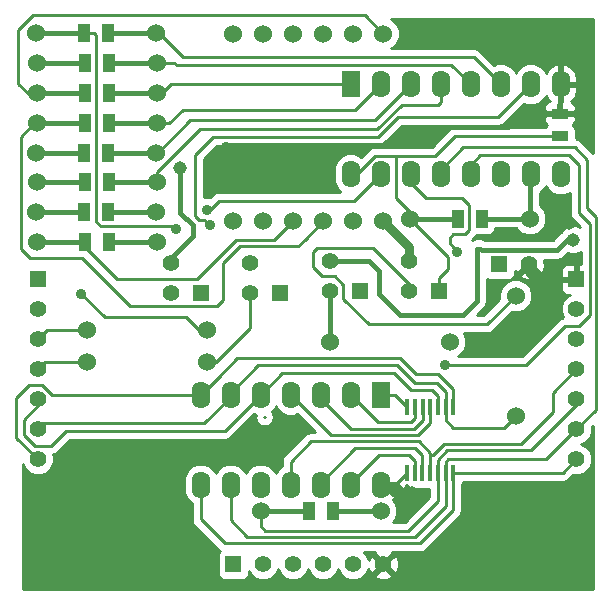
<source format=gbl>
G04 (created by PCBNEW-RS274X (2011-05-25)-stable) date Sun 14 Oct 2012 04:31:26 PM CDT*
G01*
G70*
G90*
%MOIN*%
G04 Gerber Fmt 3.4, Leading zero omitted, Abs format*
%FSLAX34Y34*%
G04 APERTURE LIST*
%ADD10C,0.006000*%
%ADD11R,0.055000X0.055000*%
%ADD12C,0.055000*%
%ADD13R,0.062000X0.090000*%
%ADD14O,0.062000X0.090000*%
%ADD15C,0.060000*%
%ADD16R,0.040000X0.060000*%
%ADD17R,0.017000X0.055000*%
%ADD18R,0.055000X0.035000*%
%ADD19C,0.035000*%
%ADD20C,0.045000*%
%ADD21C,0.010000*%
%ADD22C,0.015000*%
%ADD23C,0.018000*%
%ADD24C,0.030000*%
G04 APERTURE END LIST*
G54D10*
G54D11*
X16200Y-08500D03*
G54D12*
X17200Y-08500D03*
G54D13*
X12250Y-12850D03*
G54D14*
X11250Y-12850D03*
X10250Y-12850D03*
X09250Y-12850D03*
X08250Y-12850D03*
X07250Y-12850D03*
X06250Y-12850D03*
X06250Y-15850D03*
X07250Y-15850D03*
X08250Y-15850D03*
X09250Y-15850D03*
X10250Y-15850D03*
X11250Y-15850D03*
X12250Y-15850D03*
G54D15*
X07343Y-07062D03*
X08343Y-07062D03*
X09343Y-07062D03*
X10343Y-07062D03*
X11343Y-07062D03*
X12343Y-07062D03*
X07343Y-00812D03*
X08343Y-00812D03*
X09343Y-00812D03*
X10343Y-00812D03*
X11343Y-00812D03*
X12343Y-00812D03*
X13225Y-06975D03*
X17225Y-06975D03*
G54D16*
X14825Y-06975D03*
X15625Y-06975D03*
G54D15*
X12250Y-16725D03*
X08250Y-16725D03*
G54D16*
X10650Y-16725D03*
X09850Y-16725D03*
G54D17*
X13140Y-13250D03*
X13390Y-13250D03*
X13650Y-13250D03*
X13900Y-13250D03*
X14160Y-13250D03*
X14415Y-13250D03*
X14670Y-13250D03*
X14670Y-15450D03*
X14415Y-15450D03*
X14160Y-15450D03*
X13900Y-15450D03*
X13645Y-15450D03*
X13390Y-15450D03*
X13135Y-15450D03*
G54D11*
X00825Y-09000D03*
G54D12*
X00825Y-10000D03*
X00825Y-11000D03*
X00825Y-12000D03*
X00825Y-13000D03*
X00825Y-14000D03*
X00825Y-15000D03*
G54D11*
X18775Y-09000D03*
G54D12*
X18775Y-10000D03*
X18775Y-11000D03*
X18775Y-12000D03*
X18775Y-13000D03*
X18775Y-14000D03*
X18775Y-15000D03*
G54D18*
X18225Y-04225D03*
X18225Y-03475D03*
G54D11*
X07343Y-18504D03*
G54D12*
X08343Y-18504D03*
X09343Y-18504D03*
X10343Y-18504D03*
X11343Y-18504D03*
X12343Y-18504D03*
G54D15*
X06450Y-10700D03*
X02450Y-10700D03*
X06450Y-11750D03*
X02450Y-11750D03*
X10550Y-11075D03*
X14550Y-11075D03*
X16750Y-09550D03*
X16750Y-13550D03*
G54D11*
X06250Y-09450D03*
G54D12*
X05250Y-09450D03*
X05250Y-08450D03*
G54D11*
X08900Y-09450D03*
G54D12*
X07900Y-09450D03*
X07900Y-08450D03*
G54D11*
X11550Y-09400D03*
G54D12*
X10550Y-09400D03*
X10550Y-08400D03*
G54D11*
X14200Y-09400D03*
G54D12*
X13200Y-09400D03*
X13200Y-08400D03*
G54D13*
X11250Y-02500D03*
G54D14*
X12250Y-02500D03*
X13250Y-02500D03*
X14250Y-02500D03*
X15250Y-02500D03*
X16250Y-02500D03*
X17250Y-02500D03*
X18250Y-02500D03*
X18250Y-05500D03*
X17250Y-05500D03*
X16250Y-05500D03*
X15250Y-05500D03*
X14250Y-05500D03*
X13250Y-05500D03*
X12250Y-05500D03*
X11250Y-05500D03*
G54D15*
X00775Y-06750D03*
X04775Y-06750D03*
G54D16*
X02375Y-06750D03*
X03175Y-06750D03*
G54D15*
X00800Y-02800D03*
X04800Y-02800D03*
G54D16*
X02400Y-02800D03*
X03200Y-02800D03*
G54D15*
X00800Y-03800D03*
X04800Y-03800D03*
G54D16*
X02400Y-03800D03*
X03200Y-03800D03*
G54D15*
X00775Y-04775D03*
X04775Y-04775D03*
G54D16*
X02375Y-04775D03*
X03175Y-04775D03*
G54D15*
X00800Y-05750D03*
X04800Y-05750D03*
G54D16*
X02400Y-05750D03*
X03200Y-05750D03*
G54D15*
X00789Y-01775D03*
X04789Y-01775D03*
G54D16*
X02389Y-01775D03*
X03189Y-01775D03*
G54D15*
X00775Y-00775D03*
X04775Y-00775D03*
G54D16*
X02375Y-00775D03*
X03175Y-00775D03*
G54D15*
X00800Y-07750D03*
X04800Y-07750D03*
G54D16*
X02400Y-07750D03*
X03200Y-07750D03*
G54D19*
X06450Y-06675D03*
G54D20*
X05575Y-05300D03*
X18675Y-07675D03*
G54D19*
X14800Y-08100D03*
X06550Y-07200D03*
X14400Y-11850D03*
G54D20*
X15875Y-11150D03*
X15325Y-16100D03*
X13300Y-16125D03*
X17750Y-06175D03*
X18525Y-07125D03*
G54D19*
X07100Y-04600D03*
X05425Y-07325D03*
X02275Y-09475D03*
G54D21*
X08400Y-13600D02*
X08375Y-13600D01*
X06575Y-06675D02*
X06875Y-06375D01*
X12250Y-05500D02*
X11375Y-06375D01*
X06875Y-06375D02*
X11375Y-06375D01*
X06450Y-06675D02*
X06575Y-06675D01*
G54D22*
X03175Y-06750D02*
X04775Y-06750D01*
G54D23*
X05575Y-05300D02*
X05575Y-06325D01*
X05575Y-06325D02*
X05575Y-06775D01*
X05250Y-08300D02*
X05250Y-08450D01*
X06000Y-07550D02*
X05250Y-08300D01*
X06000Y-07200D02*
X06000Y-07550D01*
X05575Y-06775D02*
X06000Y-07200D01*
X05575Y-06325D02*
X05575Y-06350D01*
X15450Y-07975D02*
X15575Y-07975D01*
X15000Y-10175D02*
X15450Y-09725D01*
X15450Y-09725D02*
X15450Y-07975D01*
X14350Y-10175D02*
X12900Y-10175D01*
X12900Y-10175D02*
X12200Y-09475D01*
X12200Y-09475D02*
X12200Y-08725D01*
X12200Y-08725D02*
X11875Y-08400D01*
X10550Y-08400D02*
X11875Y-08400D01*
X14350Y-10175D02*
X15000Y-10175D01*
X18475Y-07675D02*
X18675Y-07675D01*
X18125Y-08025D02*
X18475Y-07675D01*
X15625Y-08025D02*
X18125Y-08025D01*
X15575Y-07975D02*
X15625Y-08025D01*
X18675Y-07675D02*
X18675Y-07625D01*
G54D24*
X13200Y-08400D02*
X13200Y-07919D01*
X13200Y-07919D02*
X12343Y-07062D01*
G54D22*
X03200Y-02800D02*
X04800Y-02800D01*
G54D21*
X04800Y-02800D02*
X04950Y-02800D01*
X05250Y-02500D02*
X11250Y-02500D01*
X04950Y-02800D02*
X05250Y-02500D01*
G54D22*
X03200Y-03800D02*
X04800Y-03800D01*
G54D21*
X04800Y-03800D02*
X05200Y-03800D01*
X11400Y-03350D02*
X12250Y-02500D01*
X05650Y-03350D02*
X11400Y-03350D01*
X05200Y-03800D02*
X05650Y-03350D01*
G54D22*
X17225Y-06975D02*
X15625Y-06975D01*
X17225Y-06975D02*
X17225Y-05525D01*
X17225Y-05525D02*
X17250Y-05500D01*
X03175Y-04775D02*
X04775Y-04775D01*
G54D21*
X04775Y-04775D02*
X04825Y-04775D01*
X12050Y-03700D02*
X13250Y-02500D01*
X05900Y-03700D02*
X12050Y-03700D01*
X04825Y-04775D02*
X05900Y-03700D01*
X15208Y-06533D02*
X15208Y-07342D01*
X13250Y-05800D02*
X13750Y-06300D01*
X13750Y-06300D02*
X14975Y-06300D01*
X14975Y-06300D02*
X15208Y-06533D01*
X13250Y-05500D02*
X13250Y-05800D01*
X14550Y-07800D02*
X14800Y-08100D01*
X14550Y-07625D02*
X14550Y-07800D01*
X14675Y-07500D02*
X14550Y-07625D01*
X15050Y-07500D02*
X14675Y-07500D01*
X15208Y-07342D02*
X15050Y-07500D01*
X14670Y-15450D02*
X18325Y-15450D01*
X18325Y-15450D02*
X18775Y-15000D01*
X14670Y-15450D02*
X14670Y-16680D01*
X06250Y-17000D02*
X06250Y-15850D01*
X07050Y-17800D02*
X06250Y-17000D01*
X13550Y-17800D02*
X07050Y-17800D01*
X14670Y-16680D02*
X13550Y-17800D01*
X02450Y-10700D02*
X01125Y-10700D01*
X01125Y-10700D02*
X00825Y-11000D01*
X10250Y-12850D02*
X10250Y-12975D01*
X13650Y-13700D02*
X13650Y-13250D01*
X13375Y-13975D02*
X13650Y-13700D01*
X11250Y-13975D02*
X13375Y-13975D01*
X10250Y-12975D02*
X11250Y-13975D01*
X02450Y-11750D02*
X01075Y-11750D01*
X01075Y-11750D02*
X00825Y-12000D01*
X09250Y-12850D02*
X09150Y-12850D01*
X13900Y-13250D02*
X13900Y-13800D01*
X10600Y-14200D02*
X10000Y-13600D01*
X13500Y-14200D02*
X10600Y-14200D01*
X13900Y-13800D02*
X13500Y-14200D01*
X10000Y-13600D02*
X09250Y-12850D01*
X00825Y-13000D02*
X00825Y-13200D01*
X00825Y-13200D02*
X00350Y-13675D01*
X00350Y-13675D02*
X00350Y-14175D01*
X00350Y-14175D02*
X00725Y-14550D01*
X00725Y-14550D02*
X01275Y-14550D01*
X01275Y-14550D02*
X01775Y-14050D01*
X01775Y-14050D02*
X07050Y-14050D01*
X07050Y-14050D02*
X08250Y-12850D01*
X14160Y-13250D02*
X14160Y-12885D01*
X14160Y-12885D02*
X13975Y-12700D01*
X13975Y-12700D02*
X13275Y-12700D01*
X13275Y-12700D02*
X12700Y-12125D01*
X12700Y-12125D02*
X08975Y-12125D01*
X08975Y-12125D02*
X08250Y-12850D01*
X07250Y-12850D02*
X07250Y-12925D01*
X01025Y-13800D02*
X00825Y-14000D01*
X06375Y-13800D02*
X01025Y-13800D01*
X07250Y-12925D02*
X06375Y-13800D01*
X14415Y-13250D02*
X14415Y-13690D01*
X16350Y-13950D02*
X16750Y-13550D01*
X14675Y-13950D02*
X16350Y-13950D01*
X14415Y-13690D02*
X14675Y-13950D01*
X07250Y-12850D02*
X07250Y-12775D01*
X14415Y-12740D02*
X14415Y-13250D01*
X14125Y-12450D02*
X14415Y-12740D01*
X13400Y-12450D02*
X14125Y-12450D01*
X12800Y-11850D02*
X13400Y-12450D01*
X08175Y-11850D02*
X12800Y-11850D01*
X07250Y-12775D02*
X08175Y-11850D01*
X02400Y-07750D02*
X02400Y-07925D01*
X08707Y-07698D02*
X09343Y-07062D01*
X07427Y-07698D02*
X08707Y-07698D01*
X06125Y-09000D02*
X07427Y-07698D01*
X03475Y-09000D02*
X06125Y-09000D01*
X02400Y-07925D02*
X03475Y-09000D01*
G54D22*
X00800Y-07750D02*
X02400Y-07750D01*
G54D21*
X13150Y-03575D02*
X12836Y-03575D01*
X06550Y-07200D02*
X06367Y-07017D01*
X06367Y-07017D02*
X06192Y-07017D01*
X06192Y-07017D02*
X06075Y-06900D01*
X06075Y-06900D02*
X06075Y-06350D01*
X17250Y-02500D02*
X16175Y-03575D01*
X13150Y-03575D02*
X16175Y-03575D01*
X06075Y-04850D02*
X06075Y-06350D01*
X06675Y-04250D02*
X06075Y-04850D01*
X12161Y-04250D02*
X06675Y-04250D01*
X12836Y-03575D02*
X12161Y-04250D01*
G54D22*
X04800Y-07750D02*
X03200Y-07750D01*
G54D21*
X06225Y-04000D02*
X06075Y-04150D01*
X12125Y-04000D02*
X06225Y-04000D01*
X12950Y-03175D02*
X12125Y-04000D01*
X04800Y-05425D02*
X06075Y-04150D01*
X04800Y-05750D02*
X04800Y-05425D01*
X14250Y-03075D02*
X14150Y-03175D01*
X14150Y-03175D02*
X12950Y-03175D01*
X14250Y-03075D02*
X14250Y-02500D01*
G54D22*
X03200Y-05750D02*
X04800Y-05750D01*
G54D21*
X19131Y-06306D02*
X19131Y-06631D01*
X14250Y-05350D02*
X15000Y-04600D01*
X15000Y-04600D02*
X18725Y-04600D01*
X18725Y-04600D02*
X19131Y-05006D01*
X19131Y-05006D02*
X19131Y-06306D01*
X14250Y-05500D02*
X14250Y-05350D01*
X19425Y-13350D02*
X18775Y-14000D01*
X19425Y-06925D02*
X19425Y-13350D01*
X19131Y-06631D02*
X19425Y-06925D01*
X14415Y-15450D02*
X14415Y-15085D01*
X14415Y-15085D02*
X14500Y-15000D01*
X14500Y-15000D02*
X17775Y-15000D01*
X17775Y-15000D02*
X18775Y-14000D01*
X14415Y-15450D02*
X14415Y-16560D01*
X07250Y-17025D02*
X07250Y-15850D01*
X07800Y-17575D02*
X07250Y-17025D01*
X13400Y-17575D02*
X07800Y-17575D01*
X14415Y-16560D02*
X13400Y-17575D01*
X04789Y-01775D02*
X05375Y-01775D01*
X14600Y-01850D02*
X15250Y-02500D01*
X05450Y-01850D02*
X14600Y-01850D01*
X05375Y-01775D02*
X05450Y-01850D01*
G54D22*
X03189Y-01775D02*
X04789Y-01775D01*
G54D21*
X04775Y-00775D02*
X04852Y-00775D01*
X15350Y-01600D02*
X16250Y-02500D01*
X05677Y-01600D02*
X15350Y-01600D01*
X04852Y-00775D02*
X05677Y-01600D01*
G54D22*
X03175Y-00775D02*
X04775Y-00775D01*
G54D21*
X16900Y-11850D02*
X17100Y-11850D01*
X15250Y-05175D02*
X15575Y-04850D01*
X15575Y-04850D02*
X18525Y-04850D01*
X18525Y-04850D02*
X18850Y-05175D01*
X18850Y-06450D02*
X18850Y-05175D01*
X14400Y-11850D02*
X16900Y-11850D01*
X15250Y-05175D02*
X15250Y-05500D01*
X18850Y-06775D02*
X18850Y-06450D01*
X19150Y-07075D02*
X18850Y-06775D01*
X19223Y-07148D02*
X19150Y-07075D01*
X19223Y-10200D02*
X19223Y-07148D01*
X18873Y-10550D02*
X19223Y-10200D01*
X18400Y-10550D02*
X18873Y-10550D01*
X17100Y-11850D02*
X18400Y-10550D01*
X11250Y-12850D02*
X12150Y-13750D01*
X13390Y-13635D02*
X13390Y-13250D01*
X13275Y-13750D02*
X13390Y-13635D01*
X12150Y-13750D02*
X13275Y-13750D01*
X11250Y-15850D02*
X11250Y-15800D01*
X13390Y-15040D02*
X13390Y-15450D01*
X13200Y-14850D02*
X13390Y-15040D01*
X12200Y-14850D02*
X13200Y-14850D01*
X11250Y-15800D02*
X12200Y-14850D01*
X10250Y-15850D02*
X10250Y-15775D01*
X13645Y-14870D02*
X13645Y-15450D01*
X13400Y-14625D02*
X13645Y-14870D01*
X11400Y-14625D02*
X13400Y-14625D01*
X10250Y-15775D02*
X11400Y-14625D01*
X08250Y-16725D02*
X08250Y-17225D01*
X14160Y-16390D02*
X13177Y-17373D01*
X13177Y-17373D02*
X08398Y-17373D01*
X14160Y-16390D02*
X14160Y-15450D01*
X08250Y-17225D02*
X08398Y-17373D01*
G54D22*
X09850Y-16725D02*
X08250Y-16725D01*
G54D21*
X18775Y-13000D02*
X18775Y-13175D01*
X18775Y-13175D02*
X17248Y-14702D01*
X17248Y-14702D02*
X14473Y-14702D01*
X14473Y-14702D02*
X14160Y-15015D01*
X14160Y-15015D02*
X14160Y-15450D01*
X06250Y-12850D02*
X01300Y-12850D01*
X00100Y-14275D02*
X00825Y-15000D01*
X00100Y-12950D02*
X00100Y-14275D01*
X00525Y-12525D02*
X00100Y-12950D01*
X00975Y-12525D02*
X00525Y-12525D01*
X01300Y-12850D02*
X00975Y-12525D01*
X14670Y-13250D02*
X14670Y-12670D01*
X06825Y-12275D02*
X06250Y-12850D01*
X07475Y-11625D02*
X06825Y-12275D01*
X12900Y-11625D02*
X07475Y-11625D01*
X13445Y-12170D02*
X12900Y-11625D01*
X14170Y-12170D02*
X13445Y-12170D01*
X14670Y-12670D02*
X14170Y-12170D01*
X13900Y-14850D02*
X14000Y-14850D01*
X18000Y-12775D02*
X18775Y-12000D01*
X18000Y-13425D02*
X18000Y-12775D01*
X16925Y-14500D02*
X18000Y-13425D01*
X14350Y-14500D02*
X16925Y-14500D01*
X14000Y-14850D02*
X14350Y-14500D01*
X13900Y-15450D02*
X13900Y-14850D01*
X13900Y-14850D02*
X13900Y-14775D01*
X09250Y-15075D02*
X09250Y-15850D01*
X09923Y-14402D02*
X09250Y-15075D01*
X13527Y-14402D02*
X09923Y-14402D01*
X13900Y-14775D02*
X13527Y-14402D01*
G54D24*
X17200Y-08500D02*
X17200Y-08750D01*
X16800Y-11150D02*
X15875Y-11150D01*
X17700Y-10250D02*
X16800Y-11150D01*
X17700Y-09250D02*
X17700Y-10250D01*
X17200Y-08750D02*
X17700Y-09250D01*
X12250Y-15850D02*
X12450Y-15850D01*
X15325Y-16100D02*
X15350Y-16100D01*
X12725Y-16125D02*
X13300Y-16125D01*
X12450Y-15850D02*
X12725Y-16125D01*
G54D22*
X17750Y-06175D02*
X18525Y-06950D01*
X18525Y-06950D02*
X18525Y-07125D01*
G54D21*
X18225Y-03475D02*
X16975Y-03475D01*
X07225Y-04500D02*
X07100Y-04600D01*
X12475Y-04500D02*
X07225Y-04500D01*
X13025Y-03950D02*
X12475Y-04500D01*
X16500Y-03950D02*
X13025Y-03950D01*
X16975Y-03475D02*
X16500Y-03950D01*
X12250Y-15850D02*
X12735Y-15850D01*
X12735Y-15850D02*
X13135Y-15450D01*
X02925Y-07225D02*
X05325Y-07225D01*
X02700Y-00775D02*
X00775Y-00775D01*
X02700Y-00775D02*
X02775Y-00850D01*
X02775Y-00850D02*
X02775Y-07075D01*
X02775Y-07075D02*
X02925Y-07225D01*
X05325Y-07225D02*
X05425Y-07325D01*
G54D22*
X00775Y-00775D02*
X02375Y-00775D01*
G54D21*
X02300Y-08300D02*
X03900Y-09900D01*
X00700Y-03800D02*
X00250Y-04250D01*
X00250Y-04250D02*
X00250Y-07975D01*
X00250Y-07975D02*
X00575Y-08300D01*
X00575Y-08300D02*
X02300Y-08300D01*
X10343Y-07062D02*
X09730Y-07675D01*
X00700Y-03800D02*
X00800Y-03800D01*
X09505Y-07900D02*
X09730Y-07675D01*
X07550Y-07900D02*
X09505Y-07900D01*
X07000Y-08450D02*
X07550Y-07900D01*
X07000Y-09700D02*
X07000Y-08450D01*
X06800Y-09900D02*
X07000Y-09700D01*
X03900Y-09900D02*
X06800Y-09900D01*
G54D22*
X00800Y-03800D02*
X02400Y-03800D01*
X00800Y-05750D02*
X02400Y-05750D01*
X00789Y-01775D02*
X02389Y-01775D01*
G54D21*
X03050Y-10250D02*
X02275Y-09475D01*
X05750Y-10250D02*
X03050Y-10250D01*
X06200Y-10700D02*
X05750Y-10250D01*
X06450Y-10700D02*
X06200Y-10700D01*
X06450Y-11750D02*
X06775Y-11750D01*
X07900Y-10625D02*
X07900Y-09450D01*
X06775Y-11750D02*
X07900Y-10625D01*
G54D22*
X10550Y-11075D02*
X10550Y-09400D01*
G54D21*
X13200Y-09400D02*
X13200Y-09150D01*
X15800Y-10500D02*
X16750Y-09550D01*
X11850Y-10500D02*
X15800Y-10500D01*
X11000Y-09650D02*
X11850Y-10500D01*
X11000Y-09175D02*
X11000Y-09650D01*
X10725Y-08900D02*
X11000Y-09175D01*
X10300Y-08900D02*
X10725Y-08900D01*
X10000Y-08600D02*
X10300Y-08900D01*
X10000Y-08075D02*
X10000Y-08600D01*
X10125Y-07950D02*
X10000Y-08075D01*
X12000Y-07950D02*
X10125Y-07950D01*
X13200Y-09150D02*
X12000Y-07950D01*
X00800Y-02800D02*
X00500Y-02800D01*
X11731Y-00200D02*
X12343Y-00812D01*
X00650Y-00200D02*
X11731Y-00200D01*
X00175Y-00675D02*
X00650Y-00200D01*
X00175Y-02475D02*
X00175Y-00675D01*
X00500Y-02800D02*
X00175Y-02475D01*
G54D22*
X00800Y-02800D02*
X02400Y-02800D01*
X00775Y-06750D02*
X02375Y-06750D01*
X00775Y-04775D02*
X02375Y-04775D01*
X10650Y-16725D02*
X12250Y-16725D01*
G54D21*
X12750Y-04875D02*
X12750Y-06275D01*
X13225Y-06750D02*
X13225Y-06975D01*
X13225Y-06750D02*
X12775Y-06300D01*
X12750Y-06275D02*
X12775Y-06300D01*
X11250Y-05500D02*
X11450Y-05500D01*
X14075Y-04875D02*
X14725Y-04225D01*
X12075Y-04875D02*
X12750Y-04875D01*
X12750Y-04875D02*
X14075Y-04875D01*
X11450Y-05500D02*
X12075Y-04875D01*
X14725Y-04225D02*
X18225Y-04225D01*
X14200Y-09400D02*
X14200Y-08950D01*
X14200Y-08950D02*
X14500Y-08650D01*
X14500Y-08650D02*
X14500Y-08250D01*
X14500Y-08250D02*
X13225Y-06975D01*
G54D22*
X13225Y-06975D02*
X14825Y-06975D01*
G54D21*
X12250Y-12850D02*
X12740Y-12850D01*
X12740Y-12850D02*
X13140Y-13250D01*
G54D10*
G36*
X13860Y-16266D02*
X13053Y-17073D01*
X12678Y-17073D01*
X12715Y-17036D01*
X12799Y-16834D01*
X12799Y-16616D01*
X12715Y-16414D01*
X12660Y-16359D01*
X12760Y-16223D01*
X12810Y-16010D01*
X12810Y-15900D01*
X12350Y-15900D01*
X12300Y-15900D01*
X12200Y-15900D01*
X12200Y-15800D01*
X12300Y-15800D01*
X12350Y-15800D01*
X12810Y-15800D01*
X12810Y-15796D01*
X12839Y-15866D01*
X12909Y-15936D01*
X13001Y-15974D01*
X13031Y-15975D01*
X13093Y-15913D01*
X13093Y-15863D01*
X13094Y-15866D01*
X13164Y-15936D01*
X13225Y-15961D01*
X13239Y-15975D01*
X13255Y-15974D01*
X13269Y-15974D01*
X13354Y-15974D01*
X13510Y-15974D01*
X13524Y-15974D01*
X13609Y-15974D01*
X13765Y-15974D01*
X13779Y-15974D01*
X13860Y-15974D01*
X13860Y-16266D01*
X13860Y-16266D01*
G37*
G54D21*
X13860Y-16266D02*
X13053Y-17073D01*
X12678Y-17073D01*
X12715Y-17036D01*
X12799Y-16834D01*
X12799Y-16616D01*
X12715Y-16414D01*
X12660Y-16359D01*
X12760Y-16223D01*
X12810Y-16010D01*
X12810Y-15900D01*
X12350Y-15900D01*
X12300Y-15900D01*
X12200Y-15900D01*
X12200Y-15800D01*
X12300Y-15800D01*
X12350Y-15800D01*
X12810Y-15800D01*
X12810Y-15796D01*
X12839Y-15866D01*
X12909Y-15936D01*
X13001Y-15974D01*
X13031Y-15975D01*
X13093Y-15913D01*
X13093Y-15863D01*
X13094Y-15866D01*
X13164Y-15936D01*
X13225Y-15961D01*
X13239Y-15975D01*
X13255Y-15974D01*
X13269Y-15974D01*
X13354Y-15974D01*
X13510Y-15974D01*
X13524Y-15974D01*
X13609Y-15974D01*
X13765Y-15974D01*
X13779Y-15974D01*
X13860Y-15974D01*
X13860Y-16266D01*
G54D10*
G36*
X18909Y-07258D02*
X18770Y-07200D01*
X18581Y-07200D01*
X18406Y-07272D01*
X18273Y-07406D01*
X18271Y-07410D01*
X18270Y-07410D01*
X18234Y-07435D01*
X17984Y-07685D01*
X15740Y-07685D01*
X15705Y-07661D01*
X15575Y-07635D01*
X15450Y-07635D01*
X15320Y-07661D01*
X15298Y-07675D01*
X15420Y-07554D01*
X15440Y-07524D01*
X15474Y-07524D01*
X15874Y-07524D01*
X15966Y-07486D01*
X16036Y-07416D01*
X16074Y-07325D01*
X16074Y-07300D01*
X16774Y-07300D01*
X16914Y-07440D01*
X17116Y-07524D01*
X17334Y-07524D01*
X17536Y-07440D01*
X17690Y-07286D01*
X17774Y-07084D01*
X17774Y-06866D01*
X17690Y-06664D01*
X17550Y-06524D01*
X17550Y-06122D01*
X17561Y-06118D01*
X17715Y-05964D01*
X17750Y-05879D01*
X17785Y-05964D01*
X17939Y-06118D01*
X18141Y-06202D01*
X18359Y-06202D01*
X18550Y-06122D01*
X18550Y-06450D01*
X18550Y-06775D01*
X18573Y-06890D01*
X18638Y-06987D01*
X18909Y-07258D01*
X18909Y-07258D01*
G37*
G54D21*
X18909Y-07258D02*
X18770Y-07200D01*
X18581Y-07200D01*
X18406Y-07272D01*
X18273Y-07406D01*
X18271Y-07410D01*
X18270Y-07410D01*
X18234Y-07435D01*
X17984Y-07685D01*
X15740Y-07685D01*
X15705Y-07661D01*
X15575Y-07635D01*
X15450Y-07635D01*
X15320Y-07661D01*
X15298Y-07675D01*
X15420Y-07554D01*
X15440Y-07524D01*
X15474Y-07524D01*
X15874Y-07524D01*
X15966Y-07486D01*
X16036Y-07416D01*
X16074Y-07325D01*
X16074Y-07300D01*
X16774Y-07300D01*
X16914Y-07440D01*
X17116Y-07524D01*
X17334Y-07524D01*
X17536Y-07440D01*
X17690Y-07286D01*
X17774Y-07084D01*
X17774Y-06866D01*
X17690Y-06664D01*
X17550Y-06524D01*
X17550Y-06122D01*
X17561Y-06118D01*
X17715Y-05964D01*
X17750Y-05879D01*
X17785Y-05964D01*
X17939Y-06118D01*
X18141Y-06202D01*
X18359Y-06202D01*
X18550Y-06122D01*
X18550Y-06450D01*
X18550Y-06775D01*
X18573Y-06890D01*
X18638Y-06987D01*
X18909Y-07258D01*
G54D10*
G36*
X18923Y-08475D02*
X18887Y-08475D01*
X18825Y-08537D01*
X18825Y-08900D01*
X18825Y-08950D01*
X18825Y-09050D01*
X18725Y-09050D01*
X18725Y-08950D01*
X18725Y-08537D01*
X18663Y-08475D01*
X18549Y-08476D01*
X18450Y-08476D01*
X18359Y-08514D01*
X18289Y-08584D01*
X18251Y-08676D01*
X18250Y-08888D01*
X18312Y-08950D01*
X18725Y-08950D01*
X18725Y-09050D01*
X18675Y-09050D01*
X18312Y-09050D01*
X18250Y-09112D01*
X18251Y-09324D01*
X18289Y-09416D01*
X18359Y-09486D01*
X18450Y-09524D01*
X18549Y-09524D01*
X18478Y-09555D01*
X18330Y-09702D01*
X18250Y-09895D01*
X18250Y-10104D01*
X18317Y-10266D01*
X18285Y-10273D01*
X18188Y-10338D01*
X17490Y-11036D01*
X17490Y-08861D01*
X17200Y-08571D01*
X16910Y-08861D01*
X16933Y-08952D01*
X17126Y-09019D01*
X17330Y-09008D01*
X17467Y-08952D01*
X17490Y-08861D01*
X17490Y-11036D01*
X16976Y-11550D01*
X16900Y-11550D01*
X14836Y-11550D01*
X14861Y-11540D01*
X15015Y-11386D01*
X15099Y-11184D01*
X15099Y-10966D01*
X15029Y-10800D01*
X15800Y-10800D01*
X15915Y-10777D01*
X16012Y-10712D01*
X16629Y-10094D01*
X16641Y-10099D01*
X16859Y-10099D01*
X17061Y-10015D01*
X17215Y-09861D01*
X17299Y-09659D01*
X17299Y-09441D01*
X17215Y-09239D01*
X17061Y-09085D01*
X16859Y-09001D01*
X16641Y-09001D01*
X16439Y-09085D01*
X16285Y-09239D01*
X16201Y-09441D01*
X16201Y-09659D01*
X16205Y-09670D01*
X15676Y-10200D01*
X15455Y-10200D01*
X15690Y-09966D01*
X15690Y-09965D01*
X15764Y-09855D01*
X15789Y-09725D01*
X15790Y-09725D01*
X15790Y-08988D01*
X15875Y-09024D01*
X15974Y-09024D01*
X16524Y-09024D01*
X16616Y-08986D01*
X16686Y-08916D01*
X16724Y-08825D01*
X16724Y-08726D01*
X16724Y-08708D01*
X16748Y-08767D01*
X16839Y-08790D01*
X17094Y-08535D01*
X17129Y-08500D01*
X17200Y-08429D01*
X17271Y-08500D01*
X17306Y-08535D01*
X17561Y-08790D01*
X17652Y-08767D01*
X17719Y-08574D01*
X17708Y-08370D01*
X17705Y-08365D01*
X18125Y-08365D01*
X18125Y-08364D01*
X18255Y-08339D01*
X18365Y-08265D01*
X18509Y-08120D01*
X18580Y-08150D01*
X18769Y-08150D01*
X18923Y-08086D01*
X18923Y-08475D01*
X18923Y-08475D01*
G37*
G54D21*
X18923Y-08475D02*
X18887Y-08475D01*
X18825Y-08537D01*
X18825Y-08900D01*
X18825Y-08950D01*
X18825Y-09050D01*
X18725Y-09050D01*
X18725Y-08950D01*
X18725Y-08537D01*
X18663Y-08475D01*
X18549Y-08476D01*
X18450Y-08476D01*
X18359Y-08514D01*
X18289Y-08584D01*
X18251Y-08676D01*
X18250Y-08888D01*
X18312Y-08950D01*
X18725Y-08950D01*
X18725Y-09050D01*
X18675Y-09050D01*
X18312Y-09050D01*
X18250Y-09112D01*
X18251Y-09324D01*
X18289Y-09416D01*
X18359Y-09486D01*
X18450Y-09524D01*
X18549Y-09524D01*
X18478Y-09555D01*
X18330Y-09702D01*
X18250Y-09895D01*
X18250Y-10104D01*
X18317Y-10266D01*
X18285Y-10273D01*
X18188Y-10338D01*
X17490Y-11036D01*
X17490Y-08861D01*
X17200Y-08571D01*
X16910Y-08861D01*
X16933Y-08952D01*
X17126Y-09019D01*
X17330Y-09008D01*
X17467Y-08952D01*
X17490Y-08861D01*
X17490Y-11036D01*
X16976Y-11550D01*
X16900Y-11550D01*
X14836Y-11550D01*
X14861Y-11540D01*
X15015Y-11386D01*
X15099Y-11184D01*
X15099Y-10966D01*
X15029Y-10800D01*
X15800Y-10800D01*
X15915Y-10777D01*
X16012Y-10712D01*
X16629Y-10094D01*
X16641Y-10099D01*
X16859Y-10099D01*
X17061Y-10015D01*
X17215Y-09861D01*
X17299Y-09659D01*
X17299Y-09441D01*
X17215Y-09239D01*
X17061Y-09085D01*
X16859Y-09001D01*
X16641Y-09001D01*
X16439Y-09085D01*
X16285Y-09239D01*
X16201Y-09441D01*
X16201Y-09659D01*
X16205Y-09670D01*
X15676Y-10200D01*
X15455Y-10200D01*
X15690Y-09966D01*
X15690Y-09965D01*
X15764Y-09855D01*
X15789Y-09725D01*
X15790Y-09725D01*
X15790Y-08988D01*
X15875Y-09024D01*
X15974Y-09024D01*
X16524Y-09024D01*
X16616Y-08986D01*
X16686Y-08916D01*
X16724Y-08825D01*
X16724Y-08726D01*
X16724Y-08708D01*
X16748Y-08767D01*
X16839Y-08790D01*
X17094Y-08535D01*
X17129Y-08500D01*
X17200Y-08429D01*
X17271Y-08500D01*
X17306Y-08535D01*
X17561Y-08790D01*
X17652Y-08767D01*
X17719Y-08574D01*
X17708Y-08370D01*
X17705Y-08365D01*
X18125Y-08365D01*
X18125Y-08364D01*
X18255Y-08339D01*
X18365Y-08265D01*
X18509Y-08120D01*
X18580Y-08150D01*
X18769Y-08150D01*
X18923Y-08086D01*
X18923Y-08475D01*
G54D10*
G36*
X19325Y-04776D02*
X18937Y-04388D01*
X18840Y-04323D01*
X18810Y-04316D01*
X18810Y-02660D01*
X18810Y-02550D01*
X18810Y-02450D01*
X18810Y-02340D01*
X18760Y-02127D01*
X18632Y-01950D01*
X18446Y-01835D01*
X18387Y-01818D01*
X18300Y-01865D01*
X18300Y-02450D01*
X18810Y-02450D01*
X18810Y-02550D01*
X18300Y-02550D01*
X18300Y-03087D01*
X18275Y-03112D01*
X18275Y-03425D01*
X18688Y-03425D01*
X18750Y-03363D01*
X18749Y-03251D01*
X18711Y-03159D01*
X18641Y-03089D01*
X18597Y-03071D01*
X18632Y-03050D01*
X18760Y-02873D01*
X18810Y-02660D01*
X18810Y-04316D01*
X18749Y-04304D01*
X18749Y-04001D01*
X18711Y-03909D01*
X18652Y-03850D01*
X18711Y-03791D01*
X18749Y-03699D01*
X18750Y-03587D01*
X18688Y-03525D01*
X18325Y-03525D01*
X18275Y-03525D01*
X18175Y-03525D01*
X18125Y-03525D01*
X17762Y-03525D01*
X17700Y-03587D01*
X17701Y-03699D01*
X17739Y-03791D01*
X17798Y-03850D01*
X17739Y-03909D01*
X17732Y-03925D01*
X14725Y-03925D01*
X14610Y-03948D01*
X14513Y-04013D01*
X13951Y-04575D01*
X12750Y-04575D01*
X12075Y-04575D01*
X11960Y-04598D01*
X11862Y-04663D01*
X11602Y-04923D01*
X11561Y-04882D01*
X11359Y-04798D01*
X11141Y-04798D01*
X10939Y-04882D01*
X10785Y-05036D01*
X10701Y-05238D01*
X10701Y-05456D01*
X10701Y-05762D01*
X10785Y-05964D01*
X10896Y-06075D01*
X06875Y-06075D01*
X06760Y-06098D01*
X06663Y-06163D01*
X06563Y-06262D01*
X06535Y-06250D01*
X06375Y-06250D01*
X06375Y-04974D01*
X06799Y-04550D01*
X12161Y-04550D01*
X12276Y-04527D01*
X12373Y-04462D01*
X12960Y-03875D01*
X13150Y-03875D01*
X16175Y-03875D01*
X16290Y-03852D01*
X16387Y-03787D01*
X17021Y-03152D01*
X17141Y-03202D01*
X17359Y-03202D01*
X17561Y-03118D01*
X17715Y-02964D01*
X17748Y-02884D01*
X17868Y-03050D01*
X17881Y-03058D01*
X17809Y-03089D01*
X17739Y-03159D01*
X17701Y-03251D01*
X17700Y-03363D01*
X17762Y-03425D01*
X18175Y-03425D01*
X18175Y-03148D01*
X18200Y-03135D01*
X18200Y-02600D01*
X18200Y-02550D01*
X18200Y-02450D01*
X18200Y-02400D01*
X18200Y-01865D01*
X18113Y-01818D01*
X18054Y-01835D01*
X17868Y-01950D01*
X17748Y-02115D01*
X17715Y-02036D01*
X17561Y-01882D01*
X17359Y-01798D01*
X17141Y-01798D01*
X16939Y-01882D01*
X16785Y-02036D01*
X16750Y-02120D01*
X16715Y-02036D01*
X16561Y-01882D01*
X16359Y-01798D01*
X16141Y-01798D01*
X16021Y-01847D01*
X15562Y-01388D01*
X15465Y-01323D01*
X15350Y-01300D01*
X12598Y-01300D01*
X12654Y-01277D01*
X12808Y-01123D01*
X12892Y-00921D01*
X12892Y-00703D01*
X12808Y-00501D01*
X12654Y-00347D01*
X12601Y-00325D01*
X19325Y-00325D01*
X19325Y-04776D01*
X19325Y-04776D01*
G37*
G54D21*
X19325Y-04776D02*
X18937Y-04388D01*
X18840Y-04323D01*
X18810Y-04316D01*
X18810Y-02660D01*
X18810Y-02550D01*
X18810Y-02450D01*
X18810Y-02340D01*
X18760Y-02127D01*
X18632Y-01950D01*
X18446Y-01835D01*
X18387Y-01818D01*
X18300Y-01865D01*
X18300Y-02450D01*
X18810Y-02450D01*
X18810Y-02550D01*
X18300Y-02550D01*
X18300Y-03087D01*
X18275Y-03112D01*
X18275Y-03425D01*
X18688Y-03425D01*
X18750Y-03363D01*
X18749Y-03251D01*
X18711Y-03159D01*
X18641Y-03089D01*
X18597Y-03071D01*
X18632Y-03050D01*
X18760Y-02873D01*
X18810Y-02660D01*
X18810Y-04316D01*
X18749Y-04304D01*
X18749Y-04001D01*
X18711Y-03909D01*
X18652Y-03850D01*
X18711Y-03791D01*
X18749Y-03699D01*
X18750Y-03587D01*
X18688Y-03525D01*
X18325Y-03525D01*
X18275Y-03525D01*
X18175Y-03525D01*
X18125Y-03525D01*
X17762Y-03525D01*
X17700Y-03587D01*
X17701Y-03699D01*
X17739Y-03791D01*
X17798Y-03850D01*
X17739Y-03909D01*
X17732Y-03925D01*
X14725Y-03925D01*
X14610Y-03948D01*
X14513Y-04013D01*
X13951Y-04575D01*
X12750Y-04575D01*
X12075Y-04575D01*
X11960Y-04598D01*
X11862Y-04663D01*
X11602Y-04923D01*
X11561Y-04882D01*
X11359Y-04798D01*
X11141Y-04798D01*
X10939Y-04882D01*
X10785Y-05036D01*
X10701Y-05238D01*
X10701Y-05456D01*
X10701Y-05762D01*
X10785Y-05964D01*
X10896Y-06075D01*
X06875Y-06075D01*
X06760Y-06098D01*
X06663Y-06163D01*
X06563Y-06262D01*
X06535Y-06250D01*
X06375Y-06250D01*
X06375Y-04974D01*
X06799Y-04550D01*
X12161Y-04550D01*
X12276Y-04527D01*
X12373Y-04462D01*
X12960Y-03875D01*
X13150Y-03875D01*
X16175Y-03875D01*
X16290Y-03852D01*
X16387Y-03787D01*
X17021Y-03152D01*
X17141Y-03202D01*
X17359Y-03202D01*
X17561Y-03118D01*
X17715Y-02964D01*
X17748Y-02884D01*
X17868Y-03050D01*
X17881Y-03058D01*
X17809Y-03089D01*
X17739Y-03159D01*
X17701Y-03251D01*
X17700Y-03363D01*
X17762Y-03425D01*
X18175Y-03425D01*
X18175Y-03148D01*
X18200Y-03135D01*
X18200Y-02600D01*
X18200Y-02550D01*
X18200Y-02450D01*
X18200Y-02400D01*
X18200Y-01865D01*
X18113Y-01818D01*
X18054Y-01835D01*
X17868Y-01950D01*
X17748Y-02115D01*
X17715Y-02036D01*
X17561Y-01882D01*
X17359Y-01798D01*
X17141Y-01798D01*
X16939Y-01882D01*
X16785Y-02036D01*
X16750Y-02120D01*
X16715Y-02036D01*
X16561Y-01882D01*
X16359Y-01798D01*
X16141Y-01798D01*
X16021Y-01847D01*
X15562Y-01388D01*
X15465Y-01323D01*
X15350Y-01300D01*
X12598Y-01300D01*
X12654Y-01277D01*
X12808Y-01123D01*
X12892Y-00921D01*
X12892Y-00703D01*
X12808Y-00501D01*
X12654Y-00347D01*
X12601Y-00325D01*
X19325Y-00325D01*
X19325Y-04776D01*
G54D10*
G36*
X19325Y-19325D02*
X12862Y-19325D01*
X12862Y-18578D01*
X12851Y-18374D01*
X12795Y-18237D01*
X12704Y-18214D01*
X12414Y-18504D01*
X12704Y-18794D01*
X12795Y-18771D01*
X12862Y-18578D01*
X12862Y-19325D01*
X12633Y-19325D01*
X12633Y-18865D01*
X12343Y-18575D01*
X12053Y-18865D01*
X12076Y-18956D01*
X12269Y-19023D01*
X12473Y-19012D01*
X12610Y-18956D01*
X12633Y-18865D01*
X12633Y-19325D01*
X00325Y-19325D01*
X00325Y-15164D01*
X00380Y-15297D01*
X00527Y-15445D01*
X00720Y-15525D01*
X00929Y-15525D01*
X01122Y-15445D01*
X01270Y-15298D01*
X01350Y-15105D01*
X01350Y-14896D01*
X01326Y-14839D01*
X01390Y-14827D01*
X01487Y-14762D01*
X01899Y-14350D01*
X07050Y-14350D01*
X07165Y-14327D01*
X07262Y-14262D01*
X08021Y-13502D01*
X08088Y-13530D01*
X08075Y-13600D01*
X08098Y-13715D01*
X08163Y-13812D01*
X08260Y-13877D01*
X08375Y-13900D01*
X08400Y-13900D01*
X08515Y-13877D01*
X08612Y-13812D01*
X08677Y-13715D01*
X08700Y-13600D01*
X08677Y-13485D01*
X08623Y-13405D01*
X08715Y-13314D01*
X08750Y-13229D01*
X08785Y-13314D01*
X08939Y-13468D01*
X09141Y-13552D01*
X09359Y-13552D01*
X09477Y-13502D01*
X09787Y-13812D01*
X09788Y-13812D01*
X09789Y-13813D01*
X10077Y-14102D01*
X09923Y-14102D01*
X09808Y-14125D01*
X09710Y-14190D01*
X09038Y-14863D01*
X08973Y-14960D01*
X08950Y-15075D01*
X08950Y-15227D01*
X08939Y-15232D01*
X08785Y-15386D01*
X08750Y-15470D01*
X08715Y-15386D01*
X08561Y-15232D01*
X08359Y-15148D01*
X08141Y-15148D01*
X07939Y-15232D01*
X07785Y-15386D01*
X07750Y-15470D01*
X07715Y-15386D01*
X07561Y-15232D01*
X07359Y-15148D01*
X07141Y-15148D01*
X06939Y-15232D01*
X06785Y-15386D01*
X06750Y-15470D01*
X06715Y-15386D01*
X06561Y-15232D01*
X06359Y-15148D01*
X06141Y-15148D01*
X05939Y-15232D01*
X05785Y-15386D01*
X05701Y-15588D01*
X05701Y-15806D01*
X05701Y-16112D01*
X05785Y-16314D01*
X05939Y-16468D01*
X05950Y-16472D01*
X05950Y-17000D01*
X05973Y-17115D01*
X06038Y-17212D01*
X06838Y-18012D01*
X06894Y-18050D01*
X06857Y-18088D01*
X06819Y-18179D01*
X06819Y-18278D01*
X06819Y-18828D01*
X06857Y-18920D01*
X06927Y-18990D01*
X07018Y-19028D01*
X07117Y-19028D01*
X07667Y-19028D01*
X07759Y-18990D01*
X07829Y-18920D01*
X07867Y-18829D01*
X07867Y-18730D01*
X07867Y-18726D01*
X07898Y-18801D01*
X08045Y-18949D01*
X08238Y-19029D01*
X08447Y-19029D01*
X08640Y-18949D01*
X08788Y-18802D01*
X08843Y-18668D01*
X08898Y-18801D01*
X09045Y-18949D01*
X09238Y-19029D01*
X09447Y-19029D01*
X09640Y-18949D01*
X09788Y-18802D01*
X09843Y-18668D01*
X09898Y-18801D01*
X10045Y-18949D01*
X10238Y-19029D01*
X10447Y-19029D01*
X10640Y-18949D01*
X10788Y-18802D01*
X10843Y-18668D01*
X10898Y-18801D01*
X11045Y-18949D01*
X11238Y-19029D01*
X11447Y-19029D01*
X11640Y-18949D01*
X11788Y-18802D01*
X11846Y-18661D01*
X11891Y-18771D01*
X11982Y-18794D01*
X12272Y-18504D01*
X11982Y-18214D01*
X11891Y-18237D01*
X11849Y-18355D01*
X11788Y-18207D01*
X11681Y-18100D01*
X12063Y-18100D01*
X12053Y-18143D01*
X12343Y-18433D01*
X12633Y-18143D01*
X12622Y-18100D01*
X13550Y-18100D01*
X13665Y-18077D01*
X13762Y-18012D01*
X14881Y-16893D01*
X14881Y-16892D01*
X14882Y-16892D01*
X14947Y-16795D01*
X14969Y-16681D01*
X14970Y-16680D01*
X14970Y-15856D01*
X15004Y-15775D01*
X15004Y-15750D01*
X18325Y-15750D01*
X18440Y-15727D01*
X18537Y-15662D01*
X18674Y-15525D01*
X18879Y-15525D01*
X19072Y-15445D01*
X19220Y-15298D01*
X19300Y-15105D01*
X19300Y-14896D01*
X19220Y-14703D01*
X19073Y-14555D01*
X18939Y-14499D01*
X19072Y-14445D01*
X19220Y-14298D01*
X19300Y-14105D01*
X19300Y-13899D01*
X19325Y-13874D01*
X19325Y-19325D01*
X19325Y-19325D01*
G37*
G54D21*
X19325Y-19325D02*
X12862Y-19325D01*
X12862Y-18578D01*
X12851Y-18374D01*
X12795Y-18237D01*
X12704Y-18214D01*
X12414Y-18504D01*
X12704Y-18794D01*
X12795Y-18771D01*
X12862Y-18578D01*
X12862Y-19325D01*
X12633Y-19325D01*
X12633Y-18865D01*
X12343Y-18575D01*
X12053Y-18865D01*
X12076Y-18956D01*
X12269Y-19023D01*
X12473Y-19012D01*
X12610Y-18956D01*
X12633Y-18865D01*
X12633Y-19325D01*
X00325Y-19325D01*
X00325Y-15164D01*
X00380Y-15297D01*
X00527Y-15445D01*
X00720Y-15525D01*
X00929Y-15525D01*
X01122Y-15445D01*
X01270Y-15298D01*
X01350Y-15105D01*
X01350Y-14896D01*
X01326Y-14839D01*
X01390Y-14827D01*
X01487Y-14762D01*
X01899Y-14350D01*
X07050Y-14350D01*
X07165Y-14327D01*
X07262Y-14262D01*
X08021Y-13502D01*
X08088Y-13530D01*
X08075Y-13600D01*
X08098Y-13715D01*
X08163Y-13812D01*
X08260Y-13877D01*
X08375Y-13900D01*
X08400Y-13900D01*
X08515Y-13877D01*
X08612Y-13812D01*
X08677Y-13715D01*
X08700Y-13600D01*
X08677Y-13485D01*
X08623Y-13405D01*
X08715Y-13314D01*
X08750Y-13229D01*
X08785Y-13314D01*
X08939Y-13468D01*
X09141Y-13552D01*
X09359Y-13552D01*
X09477Y-13502D01*
X09787Y-13812D01*
X09788Y-13812D01*
X09789Y-13813D01*
X10077Y-14102D01*
X09923Y-14102D01*
X09808Y-14125D01*
X09710Y-14190D01*
X09038Y-14863D01*
X08973Y-14960D01*
X08950Y-15075D01*
X08950Y-15227D01*
X08939Y-15232D01*
X08785Y-15386D01*
X08750Y-15470D01*
X08715Y-15386D01*
X08561Y-15232D01*
X08359Y-15148D01*
X08141Y-15148D01*
X07939Y-15232D01*
X07785Y-15386D01*
X07750Y-15470D01*
X07715Y-15386D01*
X07561Y-15232D01*
X07359Y-15148D01*
X07141Y-15148D01*
X06939Y-15232D01*
X06785Y-15386D01*
X06750Y-15470D01*
X06715Y-15386D01*
X06561Y-15232D01*
X06359Y-15148D01*
X06141Y-15148D01*
X05939Y-15232D01*
X05785Y-15386D01*
X05701Y-15588D01*
X05701Y-15806D01*
X05701Y-16112D01*
X05785Y-16314D01*
X05939Y-16468D01*
X05950Y-16472D01*
X05950Y-17000D01*
X05973Y-17115D01*
X06038Y-17212D01*
X06838Y-18012D01*
X06894Y-18050D01*
X06857Y-18088D01*
X06819Y-18179D01*
X06819Y-18278D01*
X06819Y-18828D01*
X06857Y-18920D01*
X06927Y-18990D01*
X07018Y-19028D01*
X07117Y-19028D01*
X07667Y-19028D01*
X07759Y-18990D01*
X07829Y-18920D01*
X07867Y-18829D01*
X07867Y-18730D01*
X07867Y-18726D01*
X07898Y-18801D01*
X08045Y-18949D01*
X08238Y-19029D01*
X08447Y-19029D01*
X08640Y-18949D01*
X08788Y-18802D01*
X08843Y-18668D01*
X08898Y-18801D01*
X09045Y-18949D01*
X09238Y-19029D01*
X09447Y-19029D01*
X09640Y-18949D01*
X09788Y-18802D01*
X09843Y-18668D01*
X09898Y-18801D01*
X10045Y-18949D01*
X10238Y-19029D01*
X10447Y-19029D01*
X10640Y-18949D01*
X10788Y-18802D01*
X10843Y-18668D01*
X10898Y-18801D01*
X11045Y-18949D01*
X11238Y-19029D01*
X11447Y-19029D01*
X11640Y-18949D01*
X11788Y-18802D01*
X11846Y-18661D01*
X11891Y-18771D01*
X11982Y-18794D01*
X12272Y-18504D01*
X11982Y-18214D01*
X11891Y-18237D01*
X11849Y-18355D01*
X11788Y-18207D01*
X11681Y-18100D01*
X12063Y-18100D01*
X12053Y-18143D01*
X12343Y-18433D01*
X12633Y-18143D01*
X12622Y-18100D01*
X13550Y-18100D01*
X13665Y-18077D01*
X13762Y-18012D01*
X14881Y-16893D01*
X14881Y-16892D01*
X14882Y-16892D01*
X14947Y-16795D01*
X14969Y-16681D01*
X14970Y-16680D01*
X14970Y-15856D01*
X15004Y-15775D01*
X15004Y-15750D01*
X18325Y-15750D01*
X18440Y-15727D01*
X18537Y-15662D01*
X18674Y-15525D01*
X18879Y-15525D01*
X19072Y-15445D01*
X19220Y-15298D01*
X19300Y-15105D01*
X19300Y-14896D01*
X19220Y-14703D01*
X19073Y-14555D01*
X18939Y-14499D01*
X19072Y-14445D01*
X19220Y-14298D01*
X19300Y-14105D01*
X19300Y-13899D01*
X19325Y-13874D01*
X19325Y-19325D01*
M02*

</source>
